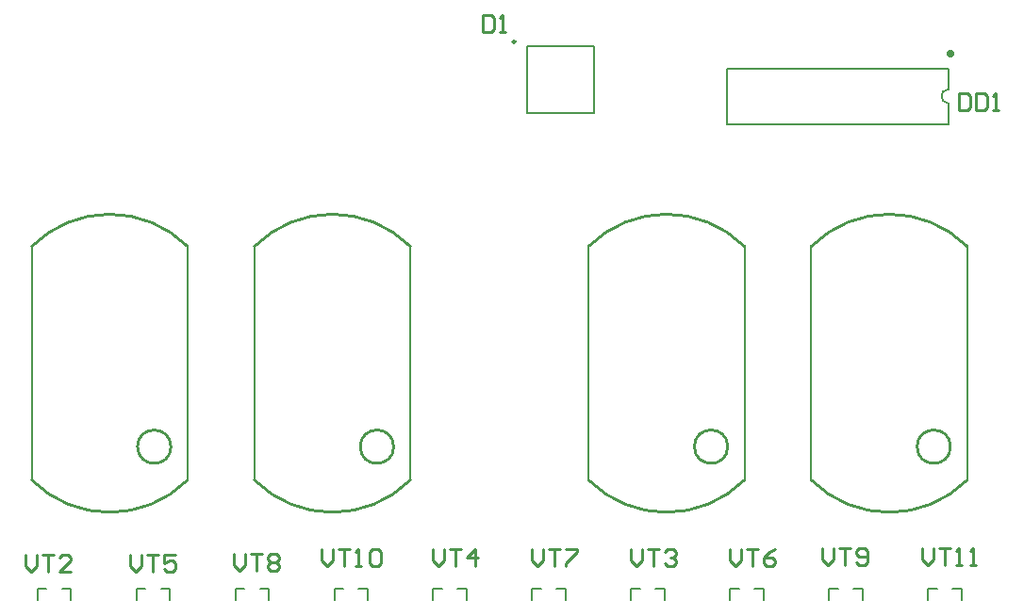
<source format=gto>
G04*
G04 #@! TF.GenerationSoftware,Altium Limited,Altium Designer,23.1.1 (15)*
G04*
G04 Layer_Color=65535*
%FSLAX44Y44*%
%MOMM*%
G71*
G04*
G04 #@! TF.SameCoordinates,EF6C7277-5682-414E-8E18-456B4B33E10A*
G04*
G04*
G04 #@! TF.FilePolarity,Positive*
G04*
G01*
G75*
%ADD10C,0.2500*%
%ADD11C,0.2000*%
%ADD12C,0.2540*%
%ADD13C,0.7000*%
D10*
X514250Y784000D02*
G03*
X514250Y784000I-1250J0D01*
G01*
D11*
X903200Y741350D02*
G03*
X903200Y728650I0J-6350D01*
G01*
X525000Y720000D02*
Y780000D01*
X585000Y720000D02*
Y780000D01*
X525000D02*
X585000D01*
X525000Y720000D02*
X585000D01*
X173889Y282000D02*
Y292000D01*
X181889D01*
X203889Y282000D02*
Y292000D01*
X195889D02*
X203889D01*
X704250Y710000D02*
Y760000D01*
X903200Y710000D02*
Y728650D01*
Y741350D02*
Y760000D01*
X704250Y710000D02*
X903200D01*
X704250Y760000D02*
X903200D01*
X220000Y390000D02*
Y600000D01*
X80000Y390000D02*
Y600000D01*
X420000Y390000D02*
Y600000D01*
X280000Y390000D02*
Y600000D01*
X529444Y282000D02*
Y292000D01*
X537444D01*
X559444Y282000D02*
Y292000D01*
X551444D02*
X559444D01*
X780000Y390000D02*
Y600000D01*
X920000Y390000D02*
Y600000D01*
X580000Y390000D02*
Y600000D01*
X720000Y390000D02*
Y600000D01*
X885000Y282000D02*
Y292000D01*
X893000D01*
X915000Y282000D02*
Y292000D01*
X907000D02*
X915000D01*
X796111Y282000D02*
Y292000D01*
X804111D01*
X826111Y282000D02*
Y292000D01*
X818111D02*
X826111D01*
X107000D02*
X115000D01*
Y282000D02*
Y292000D01*
X85000D02*
X93000D01*
X85000Y282000D02*
Y292000D01*
X262778Y282000D02*
Y292000D01*
X270778D01*
X292778Y282000D02*
Y292000D01*
X284778D02*
X292778D01*
X351667Y282000D02*
Y292000D01*
X359667D01*
X381667Y282000D02*
Y292000D01*
X373667D02*
X381667D01*
X440555Y282000D02*
Y292000D01*
X448555D01*
X470555Y282000D02*
Y292000D01*
X462556D02*
X470555D01*
X618333Y282000D02*
Y292000D01*
X626333D01*
X648333Y282000D02*
Y292000D01*
X640333D02*
X648333D01*
X707222Y282000D02*
Y292000D01*
X715222D01*
X737222Y282000D02*
Y292000D01*
X729222D02*
X737222D01*
D12*
X205000Y420000D02*
G03*
X205000Y420000I-15000J0D01*
G01*
X80000Y390000D02*
G03*
X220000Y390000I70000J70000D01*
G01*
Y600000D02*
G03*
X80000Y600000I-70000J-70000D01*
G01*
X405000Y420000D02*
G03*
X405000Y420000I-15000J0D01*
G01*
X280000Y390000D02*
G03*
X420000Y390000I70000J70000D01*
G01*
Y600000D02*
G03*
X280000Y600000I-70000J-70000D01*
G01*
X920000D02*
G03*
X780000Y600000I-70000J-70000D01*
G01*
Y390000D02*
G03*
X920000Y390000I70000J70000D01*
G01*
X905000Y420000D02*
G03*
X905000Y420000I-15000J0D01*
G01*
X720000Y600000D02*
G03*
X580000Y600000I-70000J-70000D01*
G01*
Y390000D02*
G03*
X720000Y390000I70000J70000D01*
G01*
X705000Y420000D02*
G03*
X705000Y420000I-15000J0D01*
G01*
X484843Y807617D02*
Y792383D01*
X492461D01*
X495000Y794922D01*
Y805078D01*
X492461Y807617D01*
X484843D01*
X500078Y792383D02*
X505157D01*
X502618D01*
Y807617D01*
X500078Y805078D01*
X879878Y328618D02*
Y318461D01*
X884956Y313382D01*
X890034Y318461D01*
Y328618D01*
X895113D02*
X905269D01*
X900191D01*
Y313382D01*
X910348D02*
X915426D01*
X912887D01*
Y328618D01*
X910348Y326078D01*
X923044Y313382D02*
X928122D01*
X925583D01*
Y328618D01*
X923044Y326078D01*
X340005Y327617D02*
Y317461D01*
X345084Y312383D01*
X350162Y317461D01*
Y327617D01*
X355240D02*
X365397D01*
X360319D01*
Y312383D01*
X370475D02*
X375554D01*
X373015D01*
Y327617D01*
X370475Y325078D01*
X383171D02*
X385710Y327617D01*
X390789D01*
X393328Y325078D01*
Y314922D01*
X390789Y312383D01*
X385710D01*
X383171Y314922D01*
Y325078D01*
X789798Y328618D02*
Y318461D01*
X794876Y313382D01*
X799954Y318461D01*
Y328618D01*
X805033D02*
X815189D01*
X810111D01*
Y313382D01*
X820268Y315922D02*
X822807Y313382D01*
X827885D01*
X830424Y315922D01*
Y326078D01*
X827885Y328618D01*
X822807D01*
X820268Y326078D01*
Y323539D01*
X822807Y321000D01*
X830424D01*
X261464Y323618D02*
Y313461D01*
X266543Y308382D01*
X271621Y313461D01*
Y323618D01*
X276699D02*
X286856D01*
X281778D01*
Y308382D01*
X291935Y321078D02*
X294474Y323618D01*
X299552D01*
X302091Y321078D01*
Y318539D01*
X299552Y316000D01*
X302091Y313461D01*
Y310922D01*
X299552Y308382D01*
X294474D01*
X291935Y310922D01*
Y313461D01*
X294474Y316000D01*
X291935Y318539D01*
Y321078D01*
X294474Y316000D02*
X299552D01*
X528888Y327655D02*
Y317498D01*
X533967Y312420D01*
X539045Y317498D01*
Y327655D01*
X544123D02*
X554280D01*
X549202D01*
Y312420D01*
X559358Y327655D02*
X569515D01*
Y325116D01*
X559358Y314959D01*
Y312420D01*
X706700Y327655D02*
Y317498D01*
X711778Y312420D01*
X716857Y317498D01*
Y327655D01*
X721935D02*
X732092D01*
X727014D01*
Y312420D01*
X747327Y327655D02*
X742249Y325116D01*
X737170Y320037D01*
Y314959D01*
X739709Y312420D01*
X744788D01*
X747327Y314959D01*
Y317498D01*
X744788Y320037D01*
X737170D01*
X168575Y322617D02*
Y312461D01*
X173654Y307382D01*
X178732Y312461D01*
Y322617D01*
X183811D02*
X193967D01*
X188889D01*
Y307382D01*
X209202Y322617D02*
X199046D01*
Y315000D01*
X204124Y317539D01*
X206663D01*
X209202Y315000D01*
Y309922D01*
X206663Y307382D01*
X201585D01*
X199046Y309922D01*
X440149Y327655D02*
Y317498D01*
X445228Y312420D01*
X450306Y317498D01*
Y327655D01*
X455385D02*
X465541D01*
X460463D01*
Y312420D01*
X478237D02*
Y327655D01*
X470620Y320037D01*
X480776D01*
X617867Y327655D02*
Y317498D01*
X622946Y312420D01*
X628024Y317498D01*
Y327655D01*
X633102D02*
X643259D01*
X638181D01*
Y312420D01*
X648337Y325116D02*
X650877Y327655D01*
X655955D01*
X658494Y325116D01*
Y322577D01*
X655955Y320037D01*
X653416D01*
X655955D01*
X658494Y317498D01*
Y314959D01*
X655955Y312420D01*
X650877D01*
X648337Y314959D01*
X74687Y322617D02*
Y312461D01*
X79765Y307383D01*
X84843Y312461D01*
Y322617D01*
X89922D02*
X100078D01*
X95000D01*
Y307383D01*
X115314D02*
X105157D01*
X115314Y317539D01*
Y320078D01*
X112774Y322617D01*
X107696D01*
X105157Y320078D01*
X912226Y737617D02*
Y722383D01*
X919843D01*
X922383Y724922D01*
Y735078D01*
X919843Y737617D01*
X912226D01*
X927461D02*
Y722383D01*
X935078D01*
X937618Y724922D01*
Y735078D01*
X935078Y737617D01*
X927461D01*
X942696Y722383D02*
X947774D01*
X945235D01*
Y737617D01*
X942696Y735078D01*
D13*
X905000Y773100D02*
D03*
M02*

</source>
